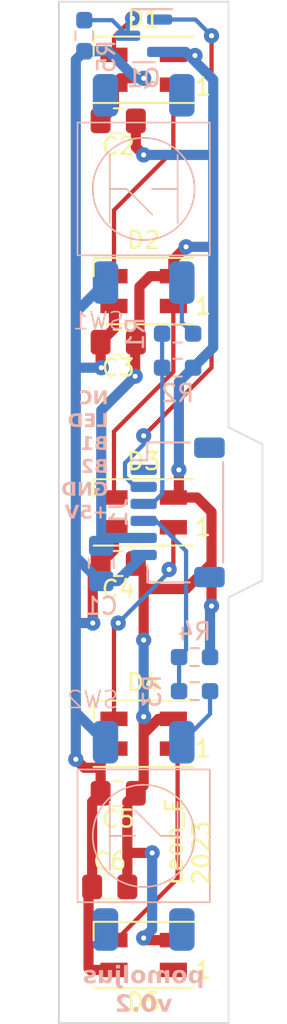
<source format=kicad_pcb>
(kicad_pcb (version 20221018) (generator pcbnew)
  (layers (0 "F.Cu" signal) (31 "B.Cu" signal) (34 "B.Paste" user) (35 "F.Paste" user) (36 "B.SilkS" user "B.Silkscreen") (37 "F.SilkS" user "F.Silkscreen") (38 "B.Mask" user) (39 "F.Mask" user) (44 "Edge.Cuts" user))
  (net 0 "")
  (net 1 "+5V")
  (net 2 "GND")
  (net 3 "DataIn")
  (net 4 "Net-(D1-DOUT)")
  (net 5 "Net-(D3-DOUT)")
  (net 7 "ButtonIn2")
  (net 8 "ButtonIn1")
  (net 9 "MCUDataOut")
  (net 10 "Net-(SW2-B)")
  (net 11 "Net-(SW1-A)")
  (net 12 "Net-(D2-DOUT)")
  (net 13 "Net-(D4-DOUT)")
  (footprint "Capacitor_SMD:C_0805_2012Metric_Pad1.18x1.45mm_HandSolder" (layer "F.Cu") (at 123.5 47)
    (fp_text reference "C2" (at 0 1.5) (layer "F.SilkS"))
    (fp_text value "104")
    (fp_line (start -0.261252 -0.735) (end 0.261252 -0.735) (stroke (width 0.12)) (layer "F.SilkS"))
    (fp_line (start -0.261252 0.735) (end 0.261252 0.735) (stroke (width 0.12)) (layer "F.SilkS"))
    (pad "1" smd roundrect (at -1.0375 0) (size 1.175 1.45) (layers "F.Cu" "F.Paste" "F.Mask") (roundrect_rratio 0.212766) (net 1 "+5V"))
    (pad "2" smd roundrect (at 1.0375 0) (size 1.175 1.45) (layers "F.Cu" "F.Paste" "F.Mask") (roundrect_rratio 0.212766) (net 2 "GND"))
  )
  (footprint "Capacitor_SMD:C_0805_2012Metric_Pad1.18x1.45mm_HandSolder" (layer "F.Cu") (at 123 92)
    (fp_text reference "C6" (at 0 -1.5) (layer "F.SilkS"))
    (fp_text value "104")
    (fp_line (start -0.261252 -0.735) (end 0.261252 -0.735) (stroke (width 0.12)) (layer "F.SilkS"))
    (fp_line (start -0.261252 0.735) (end 0.261252 0.735) (stroke (width 0.12)) (layer "F.SilkS"))
    (pad "1" smd roundrect (at -1.0375 0) (size 1.175 1.45) (layers "F.Cu" "F.Paste" "F.Mask") (roundrect_rratio 0.212766) (net 1 "+5V"))
    (pad "2" smd roundrect (at 1.0375 0) (size 1.175 1.45) (layers "F.Cu" "F.Paste" "F.Mask") (roundrect_rratio 0.212766) (net 2 "GND"))
  )
  (footprint "LED_SMD:LED_SK6812MINI_PLCC4_3.5x3.5mm_P1.75mm" (layer "F.Cu") (at 125 83 180)
    (fp_text reference "D4" (at 0 3) (layer "F.SilkS"))
    (fp_text value "SK6812MINI")
    (fp_text user "1" (at -3.5 -0.875) (layer "F.SilkS"))
    (fp_line (start -2.95 -1.95) (end 2.95 -1.95) (stroke (width 0.12)) (layer "F.SilkS"))
    (fp_line (start -2.95 1.95) (end 2.95 1.95) (stroke (width 0.12)) (layer "F.SilkS"))
    (fp_line (start 2.95 1.95) (end 2.95 0.875) (stroke (width 0.12)) (layer "F.SilkS"))
    (pad "1" smd rect (at -1.75 -0.875 180) (size 1.6 0.85) (layers "F.Cu" "F.Paste" "F.Mask") (net 13 "Net-(D4-DOUT)"))
    (pad "2" smd rect (at -1.75 0.875 180) (size 1.6 0.85) (layers "F.Cu" "F.Paste" "F.Mask") (net 2 "GND"))
    (pad "3" smd rect (at 1.75 0.875 180) (size 1.6 0.85) (layers "F.Cu" "F.Paste" "F.Mask") (net 5 "Net-(D3-DOUT)"))
    (pad "4" smd rect (at 1.75 -0.875 180) (size 1.6 0.85) (layers "F.Cu" "F.Paste" "F.Mask") (net 1 "+5V"))
  )
  (footprint "LED_SMD:LED_SK6812MINI_PLCC4_3.5x3.5mm_P1.75mm" (layer "F.Cu") (at 125 96 180)
    (fp_text reference "D5" (at 0 -2.75) (layer "F.SilkS"))
    (fp_text value "SK6812MINI")
    (fp_text user "1" (at -3.5 -0.875) (layer "F.SilkS"))
    (fp_line (start -2.95 -1.95) (end 2.95 -1.95) (stroke (width 0.12)) (layer "F.SilkS"))
    (fp_line (start -2.95 1.95) (end 2.95 1.95) (stroke (width 0.12)) (layer "F.SilkS"))
    (fp_line (start 2.95 1.95) (end 2.95 0.875) (stroke (width 0.12)) (layer "F.SilkS"))
    (pad "1" smd rect (at -1.75 -0.875 180) (size 1.6 0.85) (layers "F.Cu" "F.Paste" "F.Mask"))
    (pad "2" smd rect (at -1.75 0.875 180) (size 1.6 0.85) (layers "F.Cu" "F.Paste" "F.Mask") (net 2 "GND"))
    (pad "3" smd rect (at 1.75 0.875 180) (size 1.6 0.85) (layers "F.Cu" "F.Paste" "F.Mask") (net 13 "Net-(D4-DOUT)"))
    (pad "4" smd rect (at 1.75 -0.875 180) (size 1.6 0.85) (layers "F.Cu" "F.Paste" "F.Mask") (net 1 "+5V"))
  )
  (footprint "LED_SMD:LED_SK6812MINI_PLCC4_3.5x3.5mm_P1.75mm" (layer "F.Cu") (at 125 57 180)
    (fp_text reference "D2" (at 0 3) (layer "F.SilkS"))
    (fp_text value "SK6812MINI")
    (fp_text user "1" (at -3.5 -0.875) (layer "F.SilkS"))
    (fp_line (start -2.95 -1.95) (end 2.95 -1.95) (stroke (width 0.12)) (layer "F.SilkS"))
    (fp_line (start -2.95 1.95) (end 2.95 1.95) (stroke (width 0.12)) (layer "F.SilkS"))
    (fp_line (start 2.95 1.95) (end 2.95 0.875) (stroke (width 0.12)) (layer "F.SilkS"))
    (pad "1" smd rect (at -1.75 -0.875 180) (size 1.6 0.85) (layers "F.Cu" "F.Paste" "F.Mask") (net 12 "Net-(D2-DOUT)"))
    (pad "2" smd rect (at -1.75 0.875 180) (size 1.6 0.85) (layers "F.Cu" "F.Paste" "F.Mask") (net 2 "GND"))
    (pad "3" smd rect (at 1.75 0.875 180) (size 1.6 0.85) (layers "F.Cu" "F.Paste" "F.Mask") (net 4 "Net-(D1-DOUT)"))
    (pad "4" smd rect (at 1.75 -0.875 180) (size 1.6 0.85) (layers "F.Cu" "F.Paste" "F.Mask") (net 1 "+5V"))
  )
  (footprint "Capacitor_SMD:C_0805_2012Metric_Pad1.18x1.45mm_HandSolder" (layer "F.Cu") (at 123.5 73)
    (fp_text reference "C4" (at 0 1.5) (layer "F.SilkS"))
    (fp_text value "104")
    (fp_line (start -0.261252 -0.735) (end 0.261252 -0.735) (stroke (width 0.12)) (layer "F.SilkS"))
    (fp_line (start -0.261252 0.735) (end 0.261252 0.735) (stroke (width 0.12)) (layer "F.SilkS"))
    (pad "1" smd roundrect (at -1.0375 0) (size 1.175 1.45) (layers "F.Cu" "F.Paste" "F.Mask") (roundrect_rratio 0.212766) (net 1 "+5V"))
    (pad "2" smd roundrect (at 1.0375 0) (size 1.175 1.45) (layers "F.Cu" "F.Paste" "F.Mask") (roundrect_rratio 0.212766) (net 2 "GND"))
  )
  (footprint "LED_SMD:LED_SK6812MINI_PLCC4_3.5x3.5mm_P1.75mm" (layer "F.Cu") (at 125 70 180)
    (fp_text reference "D3" (at 0 3) (layer "F.SilkS"))
    (fp_text value "SK6812MINI")
    (fp_text user "1" (at -3.5 -0.875) (layer "F.SilkS"))
    (fp_line (start -2.95 -1.95) (end 2.95 -1.95) (stroke (width 0.12)) (layer "F.SilkS"))
    (fp_line (start -2.95 1.95) (end 2.95 1.95) (stroke (width 0.12)) (layer "F.SilkS"))
    (fp_line (start 2.95 1.95) (end 2.95 0.875) (stroke (width 0.12)) (layer "F.SilkS"))
    (pad "1" smd rect (at -1.75 -0.875 180) (size 1.6 0.85) (layers "F.Cu" "F.Paste" "F.Mask") (net 5 "Net-(D3-DOUT)"))
    (pad "2" smd rect (at -1.75 0.875 180) (size 1.6 0.85) (layers "F.Cu" "F.Paste" "F.Mask") (net 2 "GND"))
    (pad "3" smd rect (at 1.75 0.875 180) (size 1.6 0.85) (layers "F.Cu" "F.Paste" "F.Mask") (net 12 "Net-(D2-DOUT)"))
    (pad "4" smd rect (at 1.75 -0.875 180) (size 1.6 0.85) (layers "F.Cu" "F.Paste" "F.Mask") (net 1 "+5V"))
  )
  (footprint "Capacitor_SMD:C_0805_2012Metric_Pad1.18x1.45mm_HandSolder" (layer "F.Cu") (at 123.5 60)
    (fp_text reference "C3" (at 0 1.5) (layer "F.SilkS"))
    (fp_text value "104")
    (fp_line (start -0.261252 -0.735) (end 0.261252 -0.735) (stroke (width 0.12)) (layer "F.SilkS"))
    (fp_line (start -0.261252 0.735) (end 0.261252 0.735) (stroke (width 0.12)) (layer "F.SilkS"))
    (pad "1" smd roundrect (at -1.0375 0) (size 1.175 1.45) (layers "F.Cu" "F.Paste" "F.Mask") (roundrect_rratio 0.212766) (net 1 "+5V"))
    (pad "2" smd roundrect (at 1.0375 0) (size 1.175 1.45) (layers "F.Cu" "F.Paste" "F.Mask") (roundrect_rratio 0.212766) (net 2 "GND"))
  )
  (footprint "Capacitor_SMD:C_0805_2012Metric_Pad1.18x1.45mm_HandSolder" (layer "F.Cu") (at 123.5 86.5)
    (fp_text reference "C5" (at 0 1.5) (layer "F.SilkS"))
    (fp_text value "104")
    (fp_line (start -0.261252 -0.735) (end 0.261252 -0.735) (stroke (width 0.12)) (layer "F.SilkS"))
    (fp_line (start -0.261252 0.735) (end 0.261252 0.735) (stroke (width 0.12)) (layer "F.SilkS"))
    (pad "1" smd roundrect (at -1.0375 0) (size 1.175 1.45) (layers "F.Cu" "F.Paste" "F.Mask") (roundrect_rratio 0.212766) (net 1 "+5V"))
    (pad "2" smd roundrect (at 1.0375 0) (size 1.175 1.45) (layers "F.Cu" "F.Paste" "F.Mask") (roundrect_rratio 0.212766) (net 2 "GND"))
  )
  (footprint "LED_SMD:LED_SK6812MINI_PLCC4_3.5x3.5mm_P1.75mm" (layer "F.Cu") (at 125 44 180)
    (fp_text reference "D1" (at 0 3) (layer "F.SilkS"))
    (fp_text value "SK6812MINI")
    (fp_text user "1" (at -3.5 -1) (layer "F.SilkS"))
    (fp_line (start -2.95 -1.95) (end 2.95 -1.95) (stroke (width 0.12)) (layer "F.SilkS"))
    (fp_line (start -2.95 1.95) (end 2.95 1.95) (stroke (width 0.12)) (layer "F.SilkS"))
    (fp_line (start 2.95 1.95) (end 2.95 0.875) (stroke (width 0.12)) (layer "F.SilkS"))
    (pad "1" smd rect (at -1.75 -0.875 180) (size 1.6 0.85) (layers "F.Cu" "F.Paste" "F.Mask") (net 4 "Net-(D1-DOUT)"))
    (pad "2" smd rect (at -1.75 0.875 180) (size 1.6 0.85) (layers "F.Cu" "F.Paste" "F.Mask") (net 2 "GND"))
    (pad "3" smd rect (at 1.75 0.875 180) (size 1.6 0.85) (layers "F.Cu" "F.Paste" "F.Mask") (net 3 "DataIn"))
    (pad "4" smd rect (at 1.75 -0.875 180) (size 1.6 0.85) (layers "F.Cu" "F.Paste" "F.Mask") (net 1 "+5V"))
  )
  (footprint "Resistor_SMD:R_0603_1608Metric_Pad0.98x0.95mm_HandSolder" (layer "B.Cu") (at 128 78.5)
    (fp_text reference "R4" (at 0 -1.5) (layer "B.SilkS") (effects (justify mirror)))
    (fp_text value "5k")
    (fp_line (start -0.254724 -0.5225) (end 0.254724 -0.5225) (stroke (width 0.12)) (layer "B.SilkS"))
    (fp_line (start -0.254724 0.5225) (end 0.254724 0.5225) (stroke (width 0.12)) (layer "B.SilkS"))
    (pad "1" smd roundrect (at -0.9125 0) (size 0.975 0.95) (layers "B.Cu" "B.Paste" "B.Mask") (net 7 "ButtonIn2"))
    (pad "2" smd roundrect (at 0.9125 0) (size 0.975 0.95) (layers "B.Cu" "B.Paste" "B.Mask") (net 2 "GND"))
  )
  (footprint "CustomFootprints:MyButton" (layer "B.Cu") (at 125 89 90)
    (fp_text reference "SW2" (at 8 -3 unlocked) (layer "B.SilkS") (effects (font (thickness 0.1)) (justify mirror)))
    (fp_text value "SW_SPST")
    (fp_line (start -2 -2) (end 2 -2) (stroke (width 0.1)) (layer "B.SilkS"))
    (fp_line (start -2 2) (end 2 2) (stroke (width 0.1)) (layer "B.SilkS"))
    (fp_line (start 0 -2) (end 0 -1) (stroke (width 0.1)) (layer "B.SilkS"))
    (fp_line (start 0 -1) (end 0 -0.5) (stroke (width 0.1)) (layer "B.SilkS"))
    (fp_line (start 0 1) (end 1 0) (stroke (width 0.1)) (layer "B.SilkS"))
    (fp_line (start 0 2) (end 0 1) (stroke (width 0.1)) (layer "B.SilkS"))
    (fp_line (start 1 0) (end 1.5 -0.5) (stroke (width 0.1)) (layer "B.SilkS"))
    (fp_rect (start -3.9 3.9) (end 3.9 -3.9) (stroke (width 0.1)) (fill none) (layer "B.SilkS"))
    (fp_circle (center 0 0) (end 3 0) (stroke (width 0.1)) (fill none) (layer "B.SilkS"))
    (pad "1" smd roundrect (at 5.5 -2.25 270) (size 2.5 1.5) (layers "B.Cu" "B.Paste" "B.Mask") (net 1 "+5V"))
    (pad "2" smd roundrect (at 5.5 2.25 270) (size 2.5 1.5) (layers "B.Cu" "B.Paste" "B.Mask") (net 10 "Net-(SW2-B)"))
    (pad "3" smd roundrect (at -5.5 2.25 270) (size 2.5 1.5) (layers "B.Cu" "B.Adhes" "B.Paste" "B.Mask"))
    (pad "4" smd roundrect (at -5.5 -2.25 270) (size 2.5 1.5) (layers "B.Cu" "B.Paste" "B.Mask"))
  )
  (footprint "Resistor_SMD:R_0603_1608Metric_Pad0.98x0.95mm_HandSolder" (layer "B.Cu") (at 127 61.5)
    (fp_text reference "R2" (at 0 1.5 180) (layer "B.SilkS") (effects (justify mirror)))
    (fp_text value "5k")
    (fp_line (start -0.254724 -0.5225) (end 0.254724 -0.5225) (stroke (width 0.12)) (layer "B.SilkS"))
    (fp_line (start -0.254724 0.5225) (end 0.254724 0.5225) (stroke (width 0.12)) (layer "B.SilkS"))
    (pad "1" smd roundrect (at -0.9125 0) (size 0.975 0.95) (layers "B.Cu" "B.Paste" "B.Mask") (net 8 "ButtonIn1"))
    (pad "2" smd roundrect (at 0.9125 0) (size 0.975 0.95) (layers "B.Cu" "B.Paste" "B.Mask") (net 2 "GND"))
  )
  (footprint "Capacitor_SMD:C_0805_2012Metric_Pad1.18x1.45mm_HandSolder" (layer "B.Cu") (at 122.5 73 90)
    (fp_text reference "C1" (at -2.5 0 180) (layer "B.SilkS") (effects (justify mirror)))
    (fp_text value "103")
    (fp_line (start -0.261252 -0.735) (end 0.261252 -0.735) (stroke (width 0.12)) (layer "B.SilkS"))
    (fp_line (start -0.261252 0.735) (end 0.261252 0.735) (stroke (width 0.12)) (layer "B.SilkS"))
    (pad "1" smd roundrect (at -1.0375 0 90) (size 1.175 1.45) (layers "B.Cu" "B.Paste" "B.Mask") (roundrect_rratio 0.212766) (net 1 "+5V"))
    (pad "2" smd roundrect (at 1.0375 0 90) (size 1.175 1.45) (layers "B.Cu" "B.Paste" "B.Mask") (roundrect_rratio 0.212766) (net 2 "GND"))
  )
  (footprint "Resistor_SMD:R_0603_1608Metric_Pad0.98x0.95mm_HandSolder" (layer "B.Cu") (at 128 80.5 180)
    (fp_text reference "R3" (at 2.5 0 90) (layer "B.SilkS") (effects (justify mirror)))
    (fp_text value "3.3k")
    (fp_line (start -0.254724 -0.5225) (end 0.254724 -0.5225) (stroke (width 0.12)) (layer "B.SilkS"))
    (fp_line (start -0.254724 0.5225) (end 0.254724 0.5225) (stroke (width 0.12)) (layer "B.SilkS"))
    (pad "1" smd roundrect (at -0.9125 0 180) (size 0.975 0.95) (layers "B.Cu" "B.Paste" "B.Mask") (net 10 "Net-(SW2-B)"))
    (pad "2" smd roundrect (at 0.9125 0 180) (size 0.975 0.95) (layers "B.Cu" "B.Paste" "B.Mask") (net 7 "ButtonIn2"))
  )
  (footprint "CustomFootprints:MyButton" (layer "B.Cu") (at 125 51 -90)
    (fp_text reference "SW1" (at 7.747508 2.666401 unlocked) (layer "B.SilkS") (effects (font (thickness 0.1)) (justify mirror)))
    (fp_text value "SW_SPST")
    (fp_line (start -2 -2) (end 2 -2) (stroke (width 0.1)) (layer "B.SilkS"))
    (fp_line (start -2 2) (end 2 2) (stroke (width 0.1)) (layer "B.SilkS"))
    (fp_line (start 0 -2) (end 0 -1) (stroke (width 0.1)) (layer "B.SilkS"))
    (fp_line (start 0 -1) (end 0 -0.5) (stroke (width 0.1)) (layer "B.SilkS"))
    (fp_line (start 0 1) (end 1 0) (stroke (width 0.1)) (layer "B.SilkS"))
    (fp_line (start 0 2) (end 0 1) (stroke (width 0.1)) (layer "B.SilkS"))
    (fp_line (start 1 0) (end 1.5 -0.5) (stroke (width 0.1)) (layer "B.SilkS"))
    (fp_rect (start -3.9 3.9) (end 3.9 -3.9) (stroke (width 0.1)) (fill none) (layer "B.SilkS"))
    (fp_circle (center 0 0) (end 3 0) (stroke (width 0.1)) (fill none) (layer "B.SilkS"))
    (pad "1" smd roundrect (at 5.5 -2.25 90) (size 2.5 1.5) (layers "B.Cu" "B.Paste" "B.Mask") (net 11 "Net-(SW1-A)"))
    (pad "2" smd roundrect (at 5.5 2.25 90) (size 2.5 1.5) (layers "B.Cu" "B.Paste" "B.Mask") (net 1 "+5V"))
    (pad "3" smd roundrect (at -5.5 2.25 90) (size 2.5 1.5) (layers "B.Cu" "B.Adhes" "B.Paste" "B.Mask"))
    (pad "4" smd roundrect (at -5.5 -2.25 90) (size 2.5 1.5) (layers "B.Cu" "B.Paste" "B.Mask"))
  )
  (footprint "Package_TO_SOT_SMD:SOT-23" (layer "B.Cu") (at 125 42 180)
    (fp_text reference "Q1" (at 0 -2.5) (layer "B.SilkS") (effects (justify mirror)))
    (fp_text value "2N7002")
    (fp_line (start 0 -1.56) (end -0.65 -1.56) (stroke (width 0.12)) (layer "B.SilkS"))
    (fp_line (start 0 -1.56) (end 0.65 -1.56) (stroke (width 0.12)) (layer "B.SilkS"))
    (fp_line (start 0 1.56) (end -1.675 1.56) (stroke (width 0.12)) (layer "B.SilkS"))
    (fp_line (start 0 1.56) (end 0.65 1.56) (stroke (width 0.12)) (layer "B.SilkS"))
    (pad "1" smd roundrect (at -0.9375 0.95 180) (size 1.475 0.6) (layers "B.Cu" "B.Paste" "B.Mask") (net 9 "MCUDataOut"))
    (pad "2" smd roundrect (at -0.9375 -0.95 180) (size 1.475 0.6) (layers "B.Cu" "B.Paste" "B.Mask") (net 2 "GND"))
    (pad "3" smd roundrect (at 0.9375 0 180) (size 1.475 0.6) (layers "B.Cu" "B.Paste" "B.Mask") (net 3 "DataIn"))
  )
  (footprint "Resistor_SMD:R_0603_1608Metric_Pad0.98x0.95mm_HandSolder" (layer "B.Cu") (at 127 59.5 180)
    (fp_text reference "R1" (at 2.5 0 90) (layer "B.SilkS") (effects (justify mirror)))
    (fp_text value "3.3k")
    (fp_line (start -0.254724 -0.5225) (end 0.254724 -0.5225) (stroke (width 0.12)) (layer "B.SilkS"))
    (fp_line (start -0.254724 0.5225) (end 0.254724 0.5225) (stroke (width 0.12)) (layer "B.SilkS"))
    (pad "1" smd roundrect (at -0.9125 0 180) (size 0.975 0.95) (layers "B.Cu" "B.Paste" "B.Mask") (net 11 "Net-(SW1-A)"))
    (pad "2" smd roundrect (at 0.9125 0 180) (size 0.975 0.95) (layers "B.Cu" "B.Paste" "B.Mask") (net 8 "ButtonIn1"))
  )
  (footprint "Connector_JST:JST_SH_SM06B-SRSS-TB_1x06-1MP_P1.00mm_Horizontal" (layer "B.Cu") (at 127 70 -90)
    (fp_text reference "J1" (at 0 3.5 90) (layer "B.SilkS") (effects (justify mirror)))
    (fp_text value "Conn_01x06")
    (fp_line (start -4.11 -0.715) (end -4.11 1.785) (stroke (width 0.12)) (layer "B.SilkS"))
    (fp_line (start -4.11 1.785) (end -3.06 1.785) (stroke (width 0.12)) (layer "B.SilkS"))
    (fp_line (start -3.06 1.785) (end -3.06 2.775) (stroke (width 0.12)) (layer "B.SilkS"))
    (fp_line (start -2.94 -2.685) (end 2.94 -2.685) (stroke (width 0.12)) (layer "B.SilkS"))
    (fp_line (start 4.11 -0.715) (end 4.11 1.785) (stroke (width 0.12)) (layer "B.SilkS"))
    (fp_line (start 4.11 1.785) (end 3.06 1.785) (stroke (width 0.12)) (layer "B.SilkS"))
    (pad "1" smd roundrect (at -2.5 2 270) (size 0.6 1.55) (layers "B.Cu" "B.Paste" "B.Mask"))
    (pad "2" smd roundrect (at -1.5 2 270) (size 0.6 1.55) (layers "B.Cu" "B.Paste" "B.Mask") (net 9 "MCUDataOut"))
    (pad "3" smd roundrect (at -0.5 2 270) (size 0.6 1.55) (layers "B.Cu" "B.Paste" "B.Mask") (net 8 "ButtonIn1"))
    (pad "4" smd roundrect (at 0.5 2 270) (size 0.6 1.55) (layers "B.Cu" "B.Paste" "B.Mask") (net 7 "ButtonIn2"))
    (pad "5" smd roundrect (at 1.5 2 270) (size 0.6 1.55) (layers "B.Cu" "B.Paste" "B.Mask") (net 2 "GND"))
    (pad "6" smd roundrect (at 2.5 2 270) (size 0.6 1.55) (layers "B.Cu" "B.Paste" "B.Mask") (net 1 "+5V"))
    (pad "MP" smd roundrect (at -3.8 -1.875 270) (size 1.2 1.8) (layers "B.Cu" "B.Paste" "B.Mask") (roundrect_rratio 0.208333))
    (pad "MP" smd roundrect (at 3.8 -1.875 270) (size 1.2 1.8) (layers "B.Cu" "B.Paste" "B.Mask") (roundrect_rratio 0.208333))
  )
  (footprint "Resistor_SMD:R_0603_1608Metric_Pad0.98x0.95mm_HandSolder" (layer "B.Cu") (at 121.5 42 90)
    (fp_text reference "R5" (at -1.218985 1.30827 270) (layer "B.SilkS") (effects (justify mirror)))
    (fp_text value "5k")
    (fp_line (start -0.254724 -0.5225) (end 0.254724 -0.5225) (stroke (width 0.12)) (layer "B.SilkS"))
    (fp_line (start -0.254724 0.5225) (end 0.254724 0.5225) (stroke (width 0.12)) (layer "B.SilkS"))
    (pad "1" smd roundrect (at -0.9125 0 90) (size 0.975 0.95) (layers "B.Cu" "B.Paste" "B.Mask") (net 1 "+5V"))
    (pad "2" smd roundrect (at 0.9125 0 90) (size 0.975 0.95) (layers "B.Cu" "B.Paste" "B.Mask") (net 3 "DataIn"))
  )
  (gr_line (start 130 40) (end 130 65) (stroke (width 0.1)) (layer "Edge.Cuts"))
  (gr_line (start 120 100) (end 120 40) (stroke (width 0.1)) (layer "Edge.Cuts"))
  (gr_line (start 130 100) (end 120 100) (stroke (width 0.1)) (layer "Edge.Cuts"))
  (gr_line (start 120 40) (end 130 40) (stroke (width 0.1)) (layer "Edge.Cuts"))
  (gr_line (start 132 66) (end 132 74) (stroke (width 0.1)) (layer "Edge.Cuts"))
  (gr_line (start 130 65) (end 132 66) (stroke (width 0.1)) (layer "Edge.Cuts"))
  (gr_line (start 130 75) (end 130 100) (stroke (width 0.1)) (layer "Edge.Cuts"))
  (gr_line (start 132 74) (end 130 75) (stroke (width 0.1)) (layer "Edge.Cuts"))
  (gr_text "NC\nLED\nB1\nB2\nGND\n+5V" (at 122.927047 70.5) (layer "B.SilkS") (effects (font (size 0.8 0.8) (thickness 0.16) bold) (justify left bottom mirror)))
  (gr_text "pomoljus\nv0.2" (at 125 99.5) (layer "B.SilkS") (effects (font (size 1 1) (thickness 0.2) bold) (justify bottom mirror)))
  (gr_text "Leon_E\n2023" (at 129 92 90) (layer "F.SilkS") (effects (font (size 1 1)) (justify left bottom)))
  (segment (start 122.4625 73) (end 122 73.4625) (width 0.6) (layer "F.Cu") (net 1))
  (segment (start 123.25 72.2125) (end 122.4625 73) (width 0.6) (layer "F.Cu") (net 1))
  (segment (start 123.625 44.5) (end 123.25 44.875) (width 0.6) (layer "F.Cu") (net 1))
  (segment (start 123.25 96.875) (end 121.85 96.875) (width 0.6) (layer "F.Cu") (net 1))
  (segment (start 125 44.5) (end 123.625 44.5) (width 0.6) (layer "F.Cu") (net 1))
  (segment (start 122.4625 84.6625) (end 123.25 83.875) (width 0.6) (layer "F.Cu") (net 1))
  (segment (start 122.4625 60) (end 122.4625 61.4625) (width 0.6) (layer "F.Cu") (net 1))
  (segment (start 122.4625 61.4625) (end 122.5 61.5) (width 0.6) (layer "F.Cu") (net 1))
  (segment (start 123.25 46.2125) (end 122.4625 47) (width 0.6) (layer "F.Cu") (net 1))
  (segment (start 121.5 85) (end 121 84.5) (width 0.6) (layer "F.Cu") (net 1))
  (segment (start 122 73.4625) (end 122 76.5) (width 0.6) (layer "F.Cu") (net 1))
  (segment (start 122.4625 85) (end 122.4625 84.6625) (width 0.6) (layer "F.Cu") (net 1))
  (segment (start 123.25 57.875) (end 123.25 59.2125) (width 0.6) (layer "F.Cu") (net 1))
  (segment (start 121.75 92.2125) (end 121.9625 92) (width 0.6) (layer "F.Cu") (net 1))
  (segment (start 121.9625 87) (end 122.4625 86.5) (width 0.6) (layer "F.Cu") (net 1))
  (segment (start 122.4625 86.5) (end 122.4625 85) (width 0.6) (layer "F.Cu") (net 1))
  (segment (start 121.85 96.875) (end 121.75 96.775) (width 0.6) (layer "F.Cu") (net 1))
  (segment (start 121.75 96.775) (end 121.75 92.2125) (width 0.6) (layer "F.Cu") (net 1))
  (segment (start 121.9625 92) (end 121.9625 87) (width 0.6) (layer "F.Cu") (net 1))
  (segment (start 122.4625 85) (end 121.5 85) (width 0.6) (layer "F.Cu") (net 1))
  (segment (start 123.25 59.2125) (end 122.4625 60) (width 0.6) (layer "F.Cu") (net 1))
  (segment (start 123.25 70.875) (end 123.25 72.2125) (width 0.6) (layer "F.Cu") (net 1))
  (segment (start 123.25 44.875) (end 123.25 46.2125) (width 0.6) (layer "F.Cu") (net 1))
  (via (at 122.5 61.5) (size 0.9) (drill 0.3) (layers "F.Cu" "B.Cu") (net 1))
  (via (at 125 44.5) (size 0.9) (drill 0.3) (layers "F.Cu" "B.Cu") (net 1))
  (via (at 122 76.5) (size 0.9) (drill 0.3) (layers "F.Cu" "B.Cu") (net 1))
  (via (at 121 84.5) (size 0.9) (drill 0.3) (layers "F.Cu" "B.Cu") (net 1))
  (segment (start 121 43.4125) (end 121.5 42.9125) (width 0.6) (layer "B.Cu") (net 1))
  (segment (start 123.4625 74.0375) (end 122.5 74.0375) (width 0.6) (layer "B.Cu") (net 1))
  (segment (start 122.5 74.0375) (end 122.418997 74.0375) (width 0.6) (layer "B.Cu") (net 1))
  (segment (start 121 84.5) (end 121 81.75) (width 0.6) (layer "B.Cu") (net 1))
  (segment (start 121 58.25) (end 121 43.4125) (width 0.6) (layer "B.Cu") (net 1))
  (segment (start 125 72.5) (end 123.4625 74.0375) (width 0.6) (layer "B.Cu") (net 1))
  (segment (start 122.5 61.5) (end 121 61.5) (width 0.6) (layer "B.Cu") (net 1))
  (segment (start 124.52028 44.5) (end 125 44.5) (width 0.6) (layer "B.Cu") (net 1))
  (segment (start 121.5 42.9125) (end 122.93278 42.9125) (width 0.6) (layer "B.Cu") (net 1))
  (segment (start 122 76.5) (end 121 76.5) (width 0.6) (layer "B.Cu") (net 1))
  (segment (start 121 81.75) (end 122.75 83.5) (width 0.6) (layer "B.Cu") (net 1))
  (segment (start 122.418997 74.0375) (end 121 72.618503) (width 0.6) (layer "B.Cu") (net 1))
  (segment (start 122.93278 42.9125) (end 124.52028 44.5) (width 0.6) (layer "B.Cu") (net 1))
  (segment (start 121 58.25) (end 122.75 56.5) (width 0.6) (layer "B.Cu") (net 1))
  (segment (start 121 76.5) (end 121 81.75) (width 0.6) (layer "B.Cu") (net 1))
  (segment (start 121 72.618503) (end 121 76.5) (width 0.6) (layer "B.Cu") (net 1))
  (segment (start 121 72.618503) (end 121 61.5) (width 0.6) (layer "B.Cu") (net 1))
  (segment (start 121 61.5) (end 121 58.25) (width 0.6) (layer "B.Cu") (net 1))
  (segment (start 125.125 95.125) (end 125 95) (width 0.6) (layer "F.Cu") (net 2))
  (segment (start 124.75 59.7875) (end 124.75 56.75) (width 0.6) (layer "F.Cu") (net 2))
  (segment (start 124.5 62) (end 124.5 60.0375) (width 0.6) (layer "F.Cu") (net 2))
  (segment (start 124.5375 86.5) (end 125 86.0375) (width 0.6) (layer "F.Cu") (net 2))
  (segment (start 124.5375 48.5375) (end 125 49) (width 0.6) (layer "F.Cu") (net 2))
  (segment (start 127.988189 43.125) (end 126.75 43.125) (width 0.6) (layer "F.Cu") (net 2))
  (segment (start 127.0745 68.8005) (end 126.75 69.125) (width 0.6) (layer "F.Cu") (net 2))
  (segment (start 126.75 56.125) (end 126.75 55.1505) (width 0.6) (layer "F.Cu") (net 2))
  (segment (start 124.75 56.75) (end 125.375 56.125) (width 0.6) (layer "F.Cu") (net 2))
  (segment (start 129 73) (end 129 69.975) (width 0.6) (layer "F.Cu") (net 2))
  (segment (start 127.0745 67.5) (end 127.0745 68.8005) (width 0.6) (layer "F.Cu") (net 2))
  (segment (start 124.5375 60) (end 124.75 59.7875) (width 0.6) (layer "F.Cu") (net 2))
  (segment (start 129 75.5) (end 129 73) (width 0.6) (layer "F.Cu") (net 2))
  (segment (start 124.0375 90.5) (end 124.0375 90) (width 0.6) (layer "F.Cu") (net 2))
  (segment (start 127.5 74.5) (end 129 73) (width 0.6) (layer "F.Cu") (net 2))
  (segment (start 124.5 60.0375) (end 124.5375 60) (width 0.6) (layer "F.Cu") (net 2))
  (segment (start 125.875 82.125) (end 125 83) (width 0.6) (layer "F.Cu") (net 2))
  (segment (start 129 69.975) (end 128.15 69.125) (width 0.6) (layer "F.Cu") (net 2))
  (segment (start 126.75 95.125) (end 125.125 95.125) (width 0.6) (layer "F.Cu") (net 2))
  (segment (start 124.5375 47) (end 124.5375 48.5375) (width 0.6) (layer "F.Cu") (net 2))
  (segment (start 128.0255 43.162311) (end 127.988189 43.125) (width 0.6) (layer "F.Cu") (net 2))
  (segment (start 125.5 90) (end 124.0375 90) (width 0.6) (layer "F.Cu") (net 2))
  (segment (start 125 73.4625) (end 124.5375 73) (width 0.6) (layer "F.Cu") (net 2))
  (segment (start 125 86.0375) (end 125 83) (width 0.6) (layer "F.Cu") (net 2))
  (segment (start 124.0375 90) (end 124.0375 87) (width 0.6) (layer "F.Cu") (net 2))
  (segment (start 126.75 55.1505) (end 127.5 54.4005) (width 0.6) (layer "F.Cu") (net 2))
  (segment (start 125.375 56.125) (end 126.75 56.125) (width 0.6) (layer "F.Cu") (net 2))
  (segment (start 125 77.5) (end 125 74.5) (width 0.6) (layer "F.Cu") (net 2))
  (segment (start 125 74.5) (end 125 73.4625) (width 0.6) (layer "F.Cu") (net 2))
  (segment (start 124.0375 87) (end 124.5375 86.5) (width 0.6) (layer "F.Cu") (net 2))
  (segment (start 125 83) (end 125 82) (width 0.6) (layer "F.Cu") (net 2))
  (segment (start 128.15 69.125) (end 126.75 69.125) (width 0.6) (layer "F.Cu") (net 2))
  (segment (start 124.0375 92) (end 124.0375 90.5) (width 0.6) (layer "F.Cu") (net 2))
  (segment (start 125 74.5) (end 127.5 74.5) (width 0.6) (layer "F.Cu") (net 2))
  (segment (start 126.75 82.125) (end 125.875 82.125) (width 0.6) (layer "F.Cu") (net 2))
  (via (at 128.0255 43.162311) (size 0.9) (drill 0.3) (layers "F.Cu" "B.Cu") (net 2))
  (via (at 125 82) (size 0.9) (drill 0.3) (layers "F.Cu" "B.Cu") (net 2))
  (via (at 125.5 90) (size 0.9) (drill 0.3) (layers "F.Cu" "B.Cu") (net 2))
  (via (at 127.5 54.4005) (size 0.9) (drill 0.3) (layers "F.Cu" "B.Cu") (net 2))
  (via (at 125 77.5) (size 0.9) (drill 0.3) (layers "F.Cu" "B.Cu") (net 2))
  (via (at 127.0745 67.5) (size 0.9) (drill 0.3) (layers "F.Cu" "B.Cu") (net 2))
  (via (at 125 95) (size 0.9) (drill 0.3) (layers "F.Cu" "B.Cu") (net 2))
  (via (at 125 49) (size 0.9) (drill 0.3) (layers "F.Cu" "B.Cu") (net 2))
  (via (at 124.5 62) (size 0.9) (drill 0.3) (layers "F.Cu" "B.Cu") (net 2))
  (via (at 129 75.5) (size 0.9) (drill 0.3) (layers "F.Cu" "B.Cu") (net 2))
  (segment (start 129.1 44.57972) (end 128.26014 43.73986) (width 0.6) (layer "B.Cu") (net 2))
  (segment (start 129.1 49) (end 129.1 44.57972) (width 0.6) (layer "B.Cu") (net 2))
  (segment (start 125 82) (end 125 77.5) (width 0.6) (layer "B.Cu") (net 2))
  (segment (start 122.9625 71.5) (end 122.5 71.9625) (width 0.6) (layer "B.Cu") (net 2))
  (segment (start 125.5 91) (end 125.5 94.5) (width 0.6) (layer "B.Cu") (net 2))
  (segment (start 127.5 54.4005) (end 129.0005 54.4005) (width 0.6) (layer "B.Cu") (net 2))
  (segment (start 122.5 71.9625) (end 122.5 64) (width 0.6) (layer "B.Cu") (net 2))
  (segment (start 129.1 54.5) (end 129.1 49.5) (width 0.6) (layer "B.Cu") (net 2))
  (segment (start 129.0005 54.4005) (end 129.1 54.5) (width 0.6) (layer "B.Cu") (net 2))
  (segment (start 127.9125 61.5) (end 127.0745 62.338) (width 0.6) (layer "B.Cu") (net 2))
  (segment (start 125.5 91) (end 125.5 90) (width 0.6) (layer "B.Cu") (net 2))
  (segment (start 125 71.5) (end 122.9625 71.5) (width 0.6) (layer "B.Cu") (net 2))
  (segment (start 127.47028 42.95) (end 125.9375 42.95) (width 0.6) (layer "B.Cu") (net 2))
  (segment (start 128.9125 75.5875) (end 129 75.5) (width 0.6) (layer "B.Cu") (net 2))
  (segment (start 128.9125 78.5) (end 128.9125 75.5875) (width 0.6) (layer "B.Cu") (net 2))
  (segment (start 122.5 64) (end 124.5 62) (width 0.6) (layer "B.Cu") (net 2))
  (segment (start 127.9125 61.5) (end 129.1 60.3125) (width 0.6) (layer "B.Cu") (net 2))
  (segment (start 129.1 49.5) (end 129.1 49) (width 0.6) (layer "B.Cu") (net 2))
  (segment (start 129.1 60.3125) (end 129.1 54.5) (width 0.6) (layer "B.Cu") (net 2))
  (segment (start 125.5 94.5) (end 125 95) (width 0.6) (layer "B.Cu") (net 2))
  (segment (start 127.0745 62.338) (end 127.0745 67.5) (width 0.6) (layer "B.Cu") (net 2))
  (segment (start 128.26014 43.73986) (end 127.47028 42.95) (width 0.6) (layer "B.Cu") (net 2))
  (segment (start 125 49) (end 129.1 49) (width 0.6) (layer "B.Cu") (net 2))
  (segment (start 123.25 42.089264) (end 123.25 43.125) (width 0.25) (layer "F.Cu") (net 3))
  (segment (start 124.347013 40.992251) (end 123.25 42.089264) (width 0.25) (layer "F.Cu") (net 3))
  (via (at 124.347013 40.992251) (size 0.9) (drill 0.3) (layers "F.Cu" "B.Cu") (net 3))
  (segment (start 124.0625 41.276764) (end 124.0625 42) (width 0.25) (layer "B.Cu") (net 3))
  (segment (start 123.15 41.0875) (end 124.0625 42) (width 0.25) (layer "B.Cu") (net 3))
  (segment (start 124.347013 40.992251) (end 124.0625 41.276764) (width 0.25) (layer "B.Cu") (net 3))
  (segment (start 121.5 41.0875) (end 123.15 41.0875) (width 0.25) (layer "B.Cu") (net 3))
  (segment (start 123.25 52.25) (end 123.25 56.125) (width 0.25) (layer "F.Cu") (net 4))
  (segment (start 126.75 44.875) (end 126.75 48.75) (width 0.25) (layer "F.Cu") (net 4))
  (segment (start 126.75 48.75) (end 123.25 52.25) (width 0.25) (layer "F.Cu") (net 4))
  (segment (start 126.75 73.1005) (end 126.5 73.3505) (width 0.25) (layer "F.Cu") (net 5))
  (segment (start 123.5 76.5) (end 123.25 76.75) (width 0.25) (layer "F.Cu") (net 5))
  (segment (start 126.75 70.875) (end 126.75 73.1005) (width 0.25) (layer "F.Cu") (net 5))
  (segment (start 123.25 76.75) (end 123.25 82.125) (width 0.25) (layer "F.Cu") (net 5))
  (via (at 126.5 73.3505) (size 0.9) (drill 0.3) (layers "F.Cu" "B.Cu") (net 5))
  (via (at 123.5 76.5) (size 0.9) (drill 0.3) (layers "F.Cu" "B.Cu") (net 5))
  (segment (start 126.5 73.3505) (end 126.5 73.5) (width 0.25) (layer "B.Cu") (net 5))
  (segment (start 126.5 73.5) (end 123.5 76.5) (width 0.25) (layer "B.Cu") (net 5))
  (segment (start 127.5 72.270406) (end 125.729594 70.5) (width 0.25) (layer "B.Cu") (net 7))
  (segment (start 127.5 78.0875) (end 127.5 72.270406) (width 0.25) (layer "B.Cu") (net 7))
  (segment (start 127.0875 78.5) (end 127.5 78.0875) (width 0.25) (layer "B.Cu") (net 7))
  (segment (start 125.729594 70.5) (end 125 70.5) (width 0.25) (layer "B.Cu") (net 7))
  (segment (start 127.0875 80.5) (end 127.0875 78.5) (width 0.25) (layer "B.Cu") (net 7))
  (segment (start 125.5 69.5) (end 125 69.5) (width 0.25) (layer "B.Cu") (net 8))
  (segment (start 126.1 61.5125) (end 126.1 68.9) (width 0.25) (layer "B.Cu") (net 8))
  (segment (start 126.0875 59.5) (end 126.0875 61.5) (width 0.25) (layer "B.Cu") (net 8))
  (segment (start 126.1 68.9) (end 125.5 69.5) (width 0.25) (layer "B.Cu") (net 8))
  (segment (start 126.0875 61.5) (end 126.1 61.5125) (width 0.25) (layer "B.Cu") (net 8))
  (segment (start 129 61.5) (end 125 65.5) (width 0.25) (layer "F.Cu") (net 9))
  (segment (start 129 42) (end 129 61.5) (width 0.25) (layer "F.Cu") (net 9))
  (via (at 129 42) (size 0.9) (drill 0.3) (layers "F.Cu" "B.Cu") (net 9))
  (via (at 125 65.5) (size 0.9) (drill 0.3) (layers "F.Cu" "B.Cu") (net 9))
  (segment (start 125 66) (end 123.9 67.1) (width 0.25) (layer "B.Cu") (net 9))
  (segment (start 123.9 67.1) (end 123.9 67.9) (width 0.25) (layer "B.Cu") (net 9))
  (segment (start 125 65.5) (end 125 66) (width 0.25) (layer "B.Cu") (net 9))
  (segment (start 125.9375 41.05) (end 128.05 41.05) (width 0.25) (layer "B.Cu") (net 9))
  (segment (start 128.05 41.05) (end 129 42) (width 0.25) (layer "B.Cu") (net 9))
  (segment (start 124.5 68.5) (end 125 68.5) (width 0.25) (layer "B.Cu") (net 9))
  (segment (start 123.9 67.9) (end 124.5 68.5) (width 0.25) (layer "B.Cu") (net 9))
  (segment (start 128.9125 80.5) (end 128.9125 81.8375) (width 0.25) (layer "B.Cu") (net 10))
  (segment (start 128.9125 81.8375) (end 127.25 83.5) (width 0.25) (layer "B.Cu") (net 10))
  (segment (start 127.25 56.5) (end 127.25 58.8375) (width 0.25) (layer "B.Cu") (net 11))
  (segment (start 127.25 58.8375) (end 127.9125 59.5) (width 0.25) (layer "B.Cu") (net 11))
  (segment (start 126.75 57.875) (end 126.75 61.75) (width 0.25) (layer "F.Cu") (net 12))
  (segment (start 126.75 61.75) (end 123.25 65.25) (width 0.25) (layer "F.Cu") (net 12))
  (segment (start 123.25 65.25) (end 123.25 69.125) (width 0.25) (layer "F.Cu") (net 12))
  (segment (start 127 91.5) (end 123.5 95) (width 0.25) (layer "F.Cu") (net 13))
  (segment (start 127 83.75) (end 127 91.5) (width 0.25) (layer "F.Cu") (net 13))
)
</source>
